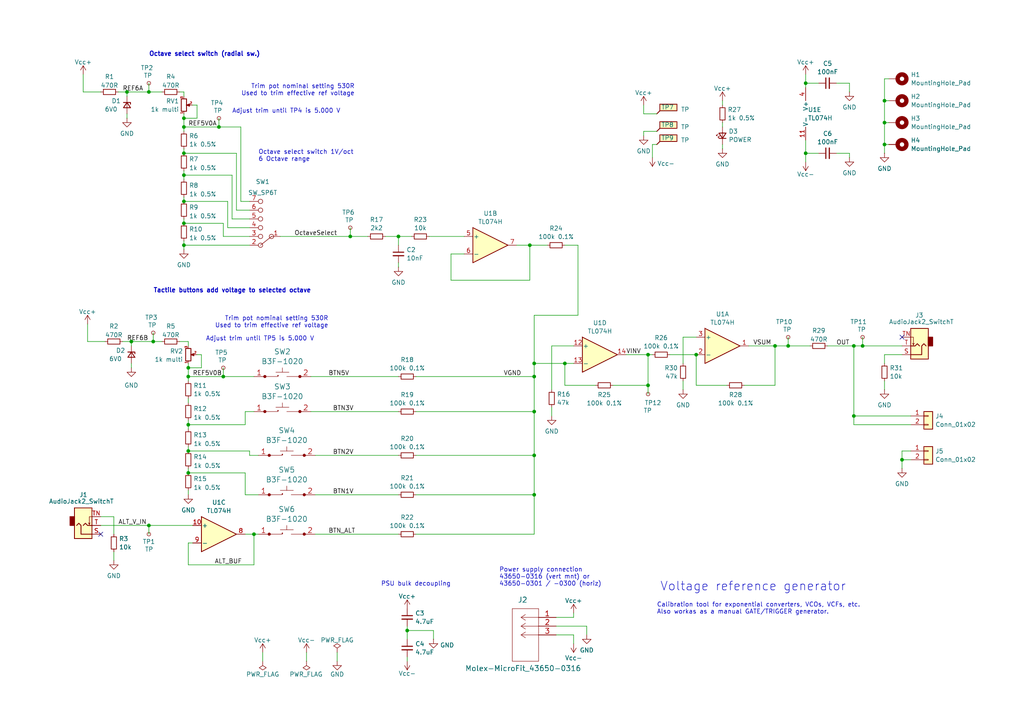
<source format=kicad_sch>
(kicad_sch (version 20231120) (generator "eeschema") (generator_version "8.0")
  (paper "A4")
  (lib_symbols
    (symbol "Aaron-Connectors:Molex-MicroFit_43650-0316" (pin_names (offset 0.254) hide)
      (property "Reference" "J" (at 8.89 6.35 0))
      (property "Value" "Molex-MicroFit_43650-0316" (at 9.5504 -14.7828 0))
      (symbol "Molex-MicroFit_43650-0316_1_1"
        (pin passive line (at 0 0 0) (length 5.08) (name "1") (number "1"))
        (pin passive line (at 0 -2.54 0) (length 5.08) (name "2") (number "2"))
        (pin passive line (at 0 -5.08 0) (length 5.08) (name "3") (number "3"))
      )
    )
    (symbol "Aaron-OpAmps-Comparators:TL074H" (pin_names (offset 0.127))
      (property "Reference" "U" (at 0 5.08 0))
      (property "Value" "TL074H" (at 0 -5.08 0))
      (symbol "TL074H_1_1"
        (pin output line (at 7.62 0 180) (length 2.54) (name "~") (number "1"))
        (pin input line (at -7.62 -2.54 0) (length 2.54) (name "-") (number "2"))
        (pin input line (at -7.62 2.54 0) (length 2.54) (name "+") (number "3"))
      )
      (symbol "TL074H_2_1"
        (pin input line (at -7.62 2.54 0) (length 2.54) (name "+") (number "5"))
        (pin input line (at -7.62 -2.54 0) (length 2.54) (name "-") (number "6"))
        (pin output line (at 7.62 0 180) (length 2.54) (name "~") (number "7"))
      )
      (symbol "TL074H_3_1"
        (pin input line (at -7.62 2.54 0) (length 2.54) (name "+") (number "10"))
        (pin output line (at 7.62 0 180) (length 2.54) (name "~") (number "8"))
        (pin input line (at -7.62 -2.54 0) (length 2.54) (name "-") (number "9"))
      )
      (symbol "TL074H_4_1"
        (pin input line (at -7.62 2.54 0) (length 2.54) (name "+") (number "12"))
        (pin input line (at -7.62 -2.54 0) (length 2.54) (name "-") (number "13"))
        (pin output line (at 7.62 0 180) (length 2.54) (name "~") (number "14"))
      )
      (symbol "TL074H_5_1"
        (pin power_in line (at -2.54 -7.62 90) (length 3.81) (name "V-") (number "11"))
        (pin power_in line (at -2.54 7.62 270) (length 3.81) (name "V+") (number "4"))
      )
    )
    (symbol "Aaron-Power:Vcc+" (power) (pin_names (offset 0)) (in_bom no)
      (property "Value" "Vcc+" (at 0 3.81 0))
      (symbol "Vcc+_1_1"
        (pin power_in line (at 0 0 90) (length 0) hide (name "Vcc+") (number "1"))
      )
    )
    (symbol "Aaron-Power:Vcc-" (power) (pin_names (offset 0)) (in_bom no)
      (property "Value" "Vcc-" (at 0 3.81 0))
      (symbol "Vcc-_1_1"
        (pin power_in line (at 0 0 90) (length 0) hide (name "Vcc-") (number "1"))
      )
    )
    (symbol "Aaron-Switches:B3F-1020" (pin_names (offset 0.254) hide)
      (property "Reference" "SW" (at -0.635 6.35 0))
      (property "Value" "B3F-1020" (at 0 3.81 0))
      (symbol "B3F-1020_1_1"
        (pin passive line (at -8.255 0 0) (length 3) (name "1") (number "1"))
        (pin passive line (at 8.255 0 180) (length 3) (name "2") (number "2"))
      )
    )
    (symbol "Aaron-Switches:SP6T_Alpha_SR1712F-0106" (pin_names (offset 0) hide)
      (property "Reference" "SW" (at -0.635 5.08 0))
      (property "Value" "SP6T_Alpha_SR1712F-0106" (at -0.635 -14.605 0))
      (property "MANUFACTURER" "Alpha" (at 0 0 0))
      (symbol "SP6T_Alpha_SR1712F-0106_1_1"
        (pin passive line (at -5.08 0 0) (length 2.54) (name "1") (number "1"))
        (pin no_connect line (at 15.24 -1.27 180) (length 2.54) hide (name "NC") (number "10"))
        (pin no_connect line (at 15.24 -3.81 180) (length 2.54) hide (name "NC") (number "11"))
        (pin no_connect line (at 15.24 -6.35 180) (length 2.54) hide (name "NC") (number "12"))
        (pin passive line (at 3.81 2.54 180) (length 2.54) (name "2") (number "2"))
        (pin passive line (at 3.81 0 180) (length 2.54) (name "3") (number "3"))
        (pin passive line (at 3.81 -2.54 180) (length 2.54) (name "4") (number "4"))
        (pin passive line (at 3.81 -5.08 180) (length 2.54) (name "5") (number "5"))
        (pin passive line (at 3.81 -7.62 180) (length 2.54) (name "6") (number "6"))
        (pin passive line (at 3.81 -10.16 180) (length 2.54) (name "7") (number "7"))
        (pin no_connect line (at 15.24 3.81 180) (length 2.54) hide (name "NC") (number "8"))
        (pin no_connect line (at 15.24 1.27 180) (length 2.54) hide (name "NC") (number "9"))
      )
    )
    (symbol "Connector:TestPoint_Flag" (pin_numbers hide) (pin_names (offset 0.762) hide)
      (property "Reference" "TP" (at 3.429 1.778 0))
      (property "Value" "TestPoint_Flag" (at 3.302 4.191 0))
      (symbol "TestPoint_Flag_1_1"
        (pin passive line (at 0 0 90) (length 0) (name "1") (number "1"))
      )
    )
    (symbol "Connector:TestPoint_Small" (pin_numbers hide) (pin_names (offset 0.762) hide)
      (property "Reference" "TP" (at 0 3.81 0))
      (property "Value" "TestPoint_Small" (at 0 2.032 0))
      (symbol "TestPoint_Small_1_1"
        (pin passive line (at 0 0 90) (length 0) (name "1") (number "1"))
      )
    )
    (symbol "Connector_Audio:AudioJack2_SwitchT"
      (property "Reference" "J" (at 0 8.89 0))
      (property "Value" "AudioJack2_SwitchT" (at 0 6.35 0))
      (symbol "AudioJack2_SwitchT_1_1"
        (pin passive line (at 5.08 2.54 180) (length 2.54) (name "~") (number "S"))
        (pin passive line (at 5.08 0 180) (length 2.54) (name "~") (number "T"))
        (pin passive line (at 5.08 -2.54 180) (length 2.54) (name "~") (number "TN"))
      )
    )
    (symbol "Connector_Generic:Conn_01x02" (pin_names (offset 1.016) hide)
      (property "Reference" "J" (at 0 2.54 0))
      (property "Value" "Conn_01x02" (at 0 -5.08 0))
      (symbol "Conn_01x02_1_1"
        (pin passive line (at -5.08 0 0) (length 3.81) (name "Pin_1") (number "1"))
        (pin passive line (at -5.08 -2.54 0) (length 3.81) (name "Pin_2") (number "2"))
      )
    )
    (symbol "Device:C_Small" (pin_numbers hide) (pin_names (offset 0.254) hide)
      (property "Reference" "C" (at 0.254 1.778 0))
      (property "Value" "C_Small" (at 0.254 -2.032 0))
      (symbol "C_Small_1_1"
        (pin passive line (at 0 2.54 270) (length 2.032) (name "~") (number "1"))
        (pin passive line (at 0 -2.54 90) (length 2.032) (name "~") (number "2"))
      )
    )
    (symbol "Device:D_Zener_Small" (pin_numbers hide) (pin_names (offset 0.254) hide)
      (property "Reference" "D" (at 0 2.286 0))
      (property "Value" "D_Zener_Small" (at 0 -2.286 0))
      (symbol "D_Zener_Small_1_1"
        (pin passive line (at -2.54 0 0) (length 1.778) (name "K") (number "1"))
        (pin passive line (at 2.54 0 180) (length 1.778) (name "A") (number "2"))
      )
    )
    (symbol "Device:LED_Small" (pin_numbers hide) (pin_names (offset 0.254) hide)
      (property "Reference" "D" (at -1.27 3.175 0))
      (property "Value" "LED_Small" (at -4.445 -2.54 0))
      (symbol "LED_Small_1_1"
        (pin passive line (at -2.54 0 0) (length 1.778) (name "K") (number "1"))
        (pin passive line (at 2.54 0 180) (length 1.778) (name "A") (number "2"))
      )
    )
    (symbol "Device:R_Potentiometer_Small" (pin_names (offset 1.016) hide)
      (property "Reference" "RV" (at -4.445 0 90))
      (property "Value" "R_Potentiometer_Small" (at -2.54 0 90))
      (symbol "R_Potentiometer_Small_1_1"
        (pin passive line (at 0 2.54 270) (length 0.635) (name "1") (number "1"))
        (pin passive line (at 2.54 0 180) (length 0.9906) (name "2") (number "2"))
        (pin passive line (at 0 -2.54 90) (length 0.635) (name "3") (number "3"))
      )
    )
    (symbol "Device:R_Small" (pin_numbers hide) (pin_names (offset 0.254) hide)
      (property "Reference" "R" (at 0.762 0.508 0))
      (property "Value" "R_Small" (at 0.762 -1.016 0))
      (symbol "R_Small_1_1"
        (pin passive line (at 0 2.54 270) (length 0.762) (name "~") (number "1"))
        (pin passive line (at 0 -2.54 90) (length 0.762) (name "~") (number "2"))
      )
    )
    (symbol "Mechanical:MountingHole_Pad" (pin_numbers hide) (pin_names (offset 1.016) hide) (exclude_from_sim yes) (in_bom no)
      (property "Reference" "H" (at 0 6.35 0))
      (property "Value" "MountingHole_Pad" (at 0 4.445 0))
      (symbol "MountingHole_Pad_1_1"
        (pin input line (at 0 -2.54 90) (length 2.54) (name "1") (number "1"))
      )
    )
    (symbol "power:GND" (power) (pin_numbers hide) (pin_names (offset 0) hide)
      (property "Value" "GND" (at 0 -3.81 0))
      (symbol "GND_1_1"
        (pin power_in line (at 0 0 270) (length 0) (name "~") (number "1"))
      )
    )
    (symbol "power:PWR_FLAG" (power) (pin_numbers hide) (pin_names (offset 0) hide)
      (property "Value" "PWR_FLAG" (at 0 3.81 0))
      (symbol "PWR_FLAG_0_0"
        (pin power_out line (at 0 0 90) (length 0) (name "~") (number "1"))
      )
    )
  )
  (junction (at 163.83 105.41))
  (junction (at 256.54 29.21))
  (junction (at 256.54 35.56))
  (junction (at 115.57 68.58))
  (junction (at 53.34 50.8))
  (junction (at 154.94 119.38))
  (junction (at 261.62 133.35))
  (junction (at 233.68 44.45))
  (junction (at 53.34 64.77))
  (junction (at 38.1 99.06))
  (junction (at 224.79 100.33))
  (junction (at 73.66 154.94))
  (junction (at 53.34 58.42))
  (junction (at 54.61 109.22))
  (junction (at 154.94 109.22))
  (junction (at 154.94 105.41))
  (junction (at 43.18 26.67))
  (junction (at 54.61 106.68))
  (junction (at 247.65 120.65))
  (junction (at 101.6 68.58))
  (junction (at 153.67 71.12))
  (junction (at 256.54 41.91))
  (junction (at 187.96 111.76))
  (junction (at 53.34 34.29))
  (junction (at 54.61 137.16))
  (junction (at 118.11 182.88))
  (junction (at 63.5 36.83))
  (junction (at 233.68 24.13))
  (junction (at 54.61 130.81))
  (junction (at 228.6 100.33))
  (junction (at 250.19 100.33))
  (junction (at 64.77 109.22))
  (junction (at 44.45 99.06))
  (junction (at 36.83 26.67))
  (junction (at 247.65 100.33))
  (junction (at 53.34 36.83))
  (junction (at 54.61 123.19))
  (junction (at 53.34 71.12))
  (junction (at 53.34 44.45))
  (junction (at 43.18 152.4))
  (junction (at 154.94 132.08))
  (junction (at 187.96 102.87))
  (junction (at 201.93 102.87))
  (junction (at 154.94 143.51))
  (no_connect (at 29.21 154.94))
  (no_connect (at 261.62 97.79))
  (wire (pts (xy 64.77 109.22) (xy 73.66 109.22)))
  (wire (pts (xy 24.13 26.67) (xy 24.13 21.59)))
  (wire (pts (xy 53.34 26.67) (xy 52.07 26.67)))
  (wire (pts (xy 33.02 160.02) (xy 33.02 162.56)))
  (wire (pts (xy 54.61 106.68) (xy 58.42 106.68)))
  (wire (pts (xy 44.45 96.52) (xy 44.45 99.06)))
  (wire (pts (xy 154.94 91.44) (xy 154.94 105.41)))
  (wire (pts (xy 257.81 22.86) (xy 256.54 22.86)))
  (wire (pts (xy 90.17 109.22) (xy 115.57 109.22)))
  (wire (pts (xy 187.96 111.76) (xy 187.96 102.87)))
  (wire (pts (xy 53.34 63.5) (xy 53.34 64.77)))
  (wire (pts (xy 53.34 38.1) (xy 53.34 36.83)))
  (wire (pts (xy 166.37 184.15) (xy 166.37 186.69)))
  (wire (pts (xy 160.02 118.11) (xy 160.02 120.65)))
  (wire (pts (xy 187.96 102.87) (xy 189.23 102.87)))
  (wire (pts (xy 54.61 124.46) (xy 54.61 123.19)))
  (wire (pts (xy 153.67 71.12) (xy 158.75 71.12)))
  (wire (pts (xy 177.8 111.76) (xy 187.96 111.76)))
  (wire (pts (xy 66.04 66.04) (xy 66.04 58.42)))
  (wire (pts (xy 163.83 105.41) (xy 166.37 105.41)))
  (wire (pts (xy 246.38 26.67) (xy 246.38 24.13)))
  (wire (pts (xy 53.34 57.15) (xy 53.34 58.42)))
  (wire (pts (xy 124.46 68.58) (xy 134.62 68.58)))
  (wire (pts (xy 53.34 44.45) (xy 68.58 44.45)))
  (wire (pts (xy 115.57 71.12) (xy 115.57 68.58)))
  (wire (pts (xy 54.61 137.16) (xy 71.12 137.16)))
  (wire (pts (xy 101.6 68.58) (xy 106.68 68.58)))
  (wire (pts (xy 115.57 68.58) (xy 119.38 68.58)))
  (wire (pts (xy 72.39 132.08) (xy 72.39 130.81)))
  (wire (pts (xy 91.44 132.08) (xy 115.57 132.08)))
  (wire (pts (xy 154.94 109.22) (xy 154.94 119.38)))
  (wire (pts (xy 130.81 73.66) (xy 134.62 73.66)))
  (wire (pts (xy 261.62 133.35) (xy 264.16 133.35)))
  (wire (pts (xy 71.12 143.51) (xy 71.12 137.16)))
  (wire (pts (xy 69.85 58.42) (xy 69.85 36.83)))
  (wire (pts (xy 76.2 189.23) (xy 76.2 191.77)))
  (wire (pts (xy 29.21 26.67) (xy 24.13 26.67)))
  (wire (pts (xy 43.18 26.67) (xy 46.99 26.67)))
  (wire (pts (xy 54.61 109.22) (xy 64.77 109.22)))
  (wire (pts (xy 118.11 182.88) (xy 125.73 182.88)))
  (wire (pts (xy 120.65 143.51) (xy 154.94 143.51)))
  (wire (pts (xy 209.55 35.56) (xy 209.55 36.83)))
  (wire (pts (xy 53.34 58.42) (xy 66.04 58.42)))
  (wire (pts (xy 161.29 179.07) (xy 166.37 179.07)))
  (wire (pts (xy 256.54 35.56) (xy 257.81 35.56)))
  (wire (pts (xy 54.61 157.48) (xy 55.88 157.48)))
  (wire (pts (xy 198.12 97.79) (xy 201.93 97.79)))
  (wire (pts (xy 54.61 129.54) (xy 54.61 130.81)))
  (wire (pts (xy 66.04 66.04) (xy 72.39 66.04)))
  (wire (pts (xy 186.69 33.02) (xy 190.5 33.02)))
  (wire (pts (xy 256.54 41.91) (xy 257.81 41.91)))
  (wire (pts (xy 161.29 184.15) (xy 166.37 184.15)))
  (wire (pts (xy 120.65 119.38) (xy 154.94 119.38)))
  (wire (pts (xy 72.39 132.08) (xy 74.93 132.08)))
  (wire (pts (xy 264.16 130.81) (xy 261.62 130.81)))
  (wire (pts (xy 189.23 41.91) (xy 190.5 41.91)))
  (wire (pts (xy 53.34 71.12) (xy 53.34 72.39)))
  (wire (pts (xy 91.44 143.51) (xy 115.57 143.51)))
  (wire (pts (xy 118.11 182.88) (xy 118.11 185.42)))
  (wire (pts (xy 68.58 60.96) (xy 68.58 44.45)))
  (wire (pts (xy 53.34 36.83) (xy 63.5 36.83)))
  (wire (pts (xy 153.67 81.28) (xy 130.81 81.28)))
  (wire (pts (xy 167.64 71.12) (xy 167.64 91.44)))
  (wire (pts (xy 228.6 100.33) (xy 234.95 100.33)))
  (wire (pts (xy 198.12 110.49) (xy 198.12 113.03)))
  (wire (pts (xy 186.69 38.1) (xy 190.5 38.1)))
  (wire (pts (xy 36.83 33.02) (xy 36.83 34.29)))
  (wire (pts (xy 35.56 99.06) (xy 38.1 99.06)))
  (wire (pts (xy 88.9 189.23) (xy 88.9 191.77)))
  (wire (pts (xy 58.42 102.87) (xy 57.15 102.87)))
  (wire (pts (xy 153.67 71.12) (xy 153.67 81.28)))
  (wire (pts (xy 54.61 157.48) (xy 54.61 163.83)))
  (wire (pts (xy 54.61 123.19) (xy 71.12 123.19)))
  (wire (pts (xy 53.34 50.8) (xy 67.31 50.8)))
  (wire (pts (xy 163.83 111.76) (xy 172.72 111.76)))
  (wire (pts (xy 187.96 111.76) (xy 187.96 114.3)))
  (wire (pts (xy 97.79 189.23) (xy 97.79 191.77)))
  (wire (pts (xy 250.19 97.79) (xy 250.19 100.33)))
  (wire (pts (xy 256.54 29.21) (xy 257.81 29.21)))
  (wire (pts (xy 166.37 179.07) (xy 166.37 177.8)))
  (wire (pts (xy 64.77 68.58) (xy 72.39 68.58)))
  (wire (pts (xy 36.83 26.67) (xy 43.18 26.67)))
  (wire (pts (xy 247.65 100.33) (xy 250.19 100.33)))
  (wire (pts (xy 101.6 66.04) (xy 101.6 68.58)))
  (wire (pts (xy 73.66 154.94) (xy 74.93 154.94)))
  (wire (pts (xy 73.66 119.38) (xy 71.12 119.38)))
  (wire (pts (xy 154.94 132.08) (xy 154.94 143.51)))
  (wire (pts (xy 54.61 106.68) (xy 54.61 109.22)))
  (wire (pts (xy 34.29 26.67) (xy 36.83 26.67)))
  (wire (pts (xy 54.61 163.83) (xy 73.66 163.83)))
  (wire (pts (xy 54.61 142.24) (xy 54.61 143.51)))
  (wire (pts (xy 240.03 100.33) (xy 247.65 100.33)))
  (wire (pts (xy 29.21 152.4) (xy 43.18 152.4)))
  (wire (pts (xy 53.34 27.94) (xy 53.34 26.67)))
  (wire (pts (xy 67.31 63.5) (xy 72.39 63.5)))
  (wire (pts (xy 198.12 97.79) (xy 198.12 105.41)))
  (wire (pts (xy 160.02 100.33) (xy 166.37 100.33)))
  (wire (pts (xy 224.79 100.33) (xy 224.79 111.76)))
  (wire (pts (xy 233.68 24.13) (xy 233.68 25.4)))
  (wire (pts (xy 69.85 58.42) (xy 72.39 58.42)))
  (wire (pts (xy 68.58 60.96) (xy 72.39 60.96)))
  (wire (pts (xy 120.65 132.08) (xy 154.94 132.08)))
  (wire (pts (xy 111.76 68.58) (xy 115.57 68.58)))
  (wire (pts (xy 247.65 120.65) (xy 247.65 123.19)))
  (wire (pts (xy 43.18 24.13) (xy 43.18 26.67)))
  (wire (pts (xy 237.49 44.45) (xy 233.68 44.45)))
  (wire (pts (xy 38.1 100.33) (xy 38.1 99.06)))
  (wire (pts (xy 54.61 109.22) (xy 54.61 110.49)))
  (wire (pts (xy 54.61 121.92) (xy 54.61 123.19)))
  (wire (pts (xy 264.16 123.19) (xy 247.65 123.19)))
  (wire (pts (xy 154.94 154.94) (xy 154.94 143.51)))
  (wire (pts (xy 233.68 44.45) (xy 233.68 40.64)))
  (wire (pts (xy 170.18 184.15) (xy 170.18 181.61)))
  (wire (pts (xy 57.15 30.48) (xy 55.88 30.48)))
  (wire (pts (xy 186.69 38.1) (xy 186.69 39.37)))
  (wire (pts (xy 256.54 110.49) (xy 256.54 113.03)))
  (wire (pts (xy 73.66 163.83) (xy 73.66 154.94)))
  (wire (pts (xy 154.94 105.41) (xy 154.94 109.22)))
  (wire (pts (xy 256.54 22.86) (xy 256.54 29.21)))
  (wire (pts (xy 53.34 34.29) (xy 53.34 36.83)))
  (wire (pts (xy 233.68 21.59) (xy 233.68 24.13)))
  (wire (pts (xy 54.61 99.06) (xy 52.07 99.06)))
  (wire (pts (xy 74.93 143.51) (xy 71.12 143.51)))
  (wire (pts (xy 256.54 102.87) (xy 256.54 105.41)))
  (wire (pts (xy 53.34 69.85) (xy 53.34 71.12)))
  (wire (pts (xy 247.65 120.65) (xy 264.16 120.65)))
  (wire (pts (xy 71.12 154.94) (xy 73.66 154.94)))
  (wire (pts (xy 91.44 154.94) (xy 115.57 154.94)))
  (wire (pts (xy 53.34 71.12) (xy 72.39 71.12)))
  (wire (pts (xy 54.61 130.81) (xy 72.39 130.81)))
  (wire (pts (xy 64.77 68.58) (xy 64.77 64.77)))
  (wire (pts (xy 120.65 154.94) (xy 154.94 154.94)))
  (wire (pts (xy 256.54 35.56) (xy 256.54 41.91)))
  (wire (pts (xy 246.38 44.45) (xy 242.57 44.45)))
  (wire (pts (xy 224.79 100.33) (xy 228.6 100.33)))
  (wire (pts (xy 261.62 133.35) (xy 261.62 135.89)))
  (wire (pts (xy 53.34 43.18) (xy 53.34 44.45)))
  (wire (pts (xy 64.77 106.68) (xy 64.77 109.22)))
  (wire (pts (xy 237.49 24.13) (xy 233.68 24.13)))
  (wire (pts (xy 33.02 149.86) (xy 29.21 149.86)))
  (wire (pts (xy 53.34 52.07) (xy 53.34 50.8)))
  (wire (pts (xy 160.02 100.33) (xy 160.02 113.03)))
  (wire (pts (xy 58.42 102.87) (xy 58.42 106.68)))
  (wire (pts (xy 261.62 133.35) (xy 261.62 130.81)))
  (wire (pts (xy 69.85 36.83) (xy 63.5 36.83)))
  (wire (pts (xy 54.61 105.41) (xy 54.61 106.68)))
  (wire (pts (xy 154.94 119.38) (xy 154.94 132.08)))
  (wire (pts (xy 201.93 111.76) (xy 201.93 102.87)))
  (wire (pts (xy 36.83 27.94) (xy 36.83 26.67)))
  (wire (pts (xy 209.55 29.21) (xy 209.55 30.48)))
  (wire (pts (xy 54.61 115.57) (xy 54.61 116.84)))
  (wire (pts (xy 43.18 152.4) (xy 55.88 152.4)))
  (wire (pts (xy 154.94 105.41) (xy 163.83 105.41)))
  (wire (pts (xy 217.17 100.33) (xy 224.79 100.33)))
  (wire (pts (xy 90.17 119.38) (xy 115.57 119.38)))
  (wire (pts (xy 53.34 64.77) (xy 64.77 64.77)))
  (wire (pts (xy 57.15 30.48) (xy 57.15 34.29)))
  (wire (pts (xy 125.73 185.42) (xy 125.73 182.88)))
  (wire (pts (xy 53.34 49.53) (xy 53.34 50.8)))
  (wire (pts (xy 54.61 135.89) (xy 54.61 137.16)))
  (wire (pts (xy 33.02 154.94) (xy 33.02 149.86)))
  (wire (pts (xy 246.38 24.13) (xy 242.57 24.13)))
  (wire (pts (xy 233.68 44.45) (xy 233.68 46.99)))
  (wire (pts (xy 209.55 41.91) (xy 209.55 43.18)))
  (wire (pts (xy 256.54 102.87) (xy 261.62 102.87)))
  (wire (pts (xy 118.11 190.5) (xy 118.11 191.77)))
  (wire (pts (xy 30.48 99.06) (xy 25.4 99.06)))
  (wire (pts (xy 256.54 41.91) (xy 256.54 44.45)))
  (wire (pts (xy 163.83 105.41) (xy 163.83 111.76)))
  (wire (pts (xy 53.34 34.29) (xy 57.15 34.29)))
  (wire (pts (xy 224.79 111.76) (xy 215.9 111.76)))
  (wire (pts (xy 181.61 102.87) (xy 187.96 102.87)))
  (wire (pts (xy 167.64 91.44) (xy 154.94 91.44)))
  (wire (pts (xy 256.54 29.21) (xy 256.54 35.56)))
  (wire (pts (xy 54.61 100.33) (xy 54.61 99.06)))
  (wire (pts (xy 25.4 99.06) (xy 25.4 93.98)))
  (wire (pts (xy 130.81 81.28) (xy 130.81 73.66)))
  (wire (pts (xy 120.65 109.22) (xy 154.94 109.22)))
  (wire (pts (xy 67.31 63.5) (xy 67.31 50.8)))
  (wire (pts (xy 81.28 68.58) (xy 101.6 68.58)))
  (wire (pts (xy 247.65 100.33) (xy 247.65 120.65)))
  (wire (pts (xy 161.29 181.61) (xy 170.18 181.61)))
  (wire (pts (xy 189.23 45.72) (xy 189.23 41.91)))
  (wire (pts (xy 44.45 99.06) (xy 46.99 99.06)))
  (wire (pts (xy 38.1 99.06) (xy 44.45 99.06)))
  (wire (pts (xy 228.6 97.79) (xy 228.6 100.33)))
  (wire (pts (xy 149.86 71.12) (xy 153.67 71.12)))
  (wire (pts (xy 118.11 181.61) (xy 118.11 182.88)))
  (wire (pts (xy 186.69 30.48) (xy 186.69 33.02)))
  (wire (pts (xy 163.83 71.12) (xy 167.64 71.12)))
  (wire (pts (xy 38.1 105.41) (xy 38.1 106.68)))
  (wire (pts (xy 194.31 102.87) (xy 201.93 102.87)))
  (wire (pts (xy 63.5 34.29) (xy 63.5 36.83)))
  (wire (pts (xy 246.38 45.72) (xy 246.38 44.45)))
  (wire (pts (xy 210.82 111.76) (xy 201.93 111.76)))
  (wire (pts (xy 43.18 152.4) (xy 43.18 154.94)))
  (wire (pts (xy 250.19 100.33) (xy 261.62 100.33)))
  (wire (pts (xy 53.34 33.02) (xy 53.34 34.29)))
  (wire (pts (xy 115.57 76.2) (xy 115.57 77.47)))
  (wire (pts (xy 71.12 119.38) (xy 71.12 123.19)))
  (text "Trim pot nominal setting 530R\nUsed to trim effective ref voltage" (at 95.25 95.25 0) (effects (font (size 1.27 1.27)) (justify right bottom)))
  (text "Adjust trim until TP4 is 5.000 V" (at 67.31 33.02 0) (effects (font (size 1.27 1.27)) (justify left bottom)))
  (text "Octave select switch (radial sw.)" (at 43.18 16.51 0) (effects (font (size 1.27 1.27) (thickness 0.254) (bold yes)) (justify left bottom)))
  (text "Power supply connection\n43650-0316 (vert mnt) or \n43650-0301 / -0300 (horiz)" (at 144.78 170.18 0) (effects (font (size 1.27 1.27)) (justify left bottom)))
  (text "PSU bulk decoupling " (at 110.49 170.18 0) (effects (font (size 1.27 1.27)) (justify left bottom)))
  (text "Octave select switch 1V/oct\n6 Octave range\n" (at 74.93 46.99 0) (effects (font (size 1.27 1.27)) (justify left bottom)))
  (text "Adjust trim until TP5 is 5.000 V" (at 59.69 99.06 0) (effects (font (size 1.27 1.27)) (justify left bottom)))
  (text "Calibration tool for exponential converters, VCOs, VCFs, etc.\nAlso workas as a manual GATE/TRIGGER generator." (at 190.5 176.53 0) (effects (font (size 1.27 1.27)) (justify left)))
  (text "Voltage reference generator" (at 218.44 170.18 0) (effects (font (size 2.54 2.54))))
  (text "Trim pot nominal setting 530R\nUsed to trim effective ref voltage" (at 102.87 27.94 0) (effects (font (size 1.27 1.27)) (justify right bottom)))
  (text "Tactile buttons add voltage to selected octave" (at 44.45 85.09 0) (effects (font (size 1.27 1.27) (thickness 0.254) (bold yes)) (justify left bottom)))
  (label "BTN_ALT" (at 95.25 154.94 0))
  (label "VSUM" (at 218.44 100.33 0))
  (label "VGND" (at 146.05 109.22 0))
  (label "REF5V0B" (at 55.88 109.22 0))
  (label "REF6A" (at 35.56 26.67 0))
  (label "ALT_V_IN" (at 34.29 152.4 0))
  (label "REF6B" (at 36.83 99.06 0))
  (label "VINV" (at 181.61 102.87 0))
  (label "BTN1V" (at 96.52 143.51 0))
  (label "ALT_BUF" (at 62.23 163.83 0))
  (label "BTN2V" (at 96.52 132.08 0))
  (label "REF5V0A" (at 54.5942 36.83 0))
  (label "BTN5V" (at 95.25 109.22 0))
  (label "OUT" (at 242.57 100.33 0))
  (label "BTN3V" (at 96.52 119.38 0))
  (label "OctaveSelect" (at 97.79 68.58 180))
  (symbol (lib_id "Device:R_Small") (at 118.11 109.22 90) (unit 1)
    (property "Reference" "R18" (at 118.11 104.3389 90))
    (property "Value" "100k 0.1%" (at 118.11 106.7632 90))
    (property "Footprint" "Resistor_SMD:R_0805_2012Metric_Pad1.20x1.40mm_HandSolder" (effects (hide yes)))
    (property "Description" "Resistor, small symbol" (effects (hide yes)))
    (property "IPN" "000052E" (effects (hide yes)))
    (property "IPN, Base" "000052E" (effects (hide yes)))
    (property "MANUFACTURER" "Panasonic Electronic Components" (effects (hide yes)))
    (property "MPN" "ERA-6AEB104V" (effects (hide yes)))
  )
  (symbol (lib_id "Aaron-Switches:SP6T_Alpha_SR1712F-0106") (at 76.2 68.58 180) (unit 1)
    (property "Reference" "SW1" (at 76.2 52.705 0))
    (property "Value" "SW_SP6T" (at 76.2 55.88 0))
    (property "Footprint" "Aaron_Switch:Alpha_SR1712F" (effects (hide yes)))
    (property "Datasheet" "https://www.mouser.com/datasheet/2/13/SR1712F-1815245.pdf" (effects (hide yes)))
    (property "Description" "Alpha SR1712F-family Switch, six position, single pole 6x throw, 6 position switch, SP6T" (effects (hide yes)))
    (property "MPN" "SR1712F-0106-20F0A-N9-N-027" (effects (hide yes)))
    (property "MANUFACTURER" "Alpha" (effects (hide yes)))
    (property "IPN" "000104" (effects (hide yes)))
    (property "IPN, Base" "000104" (effects (hide yes)))
  )
  (symbol (lib_id "Device:R_Small") (at 160.02 115.57 0) (unit 1)
    (property "Reference" "R16" (at 161.5186 114.3578 0) (effects (justify left)))
    (property "Value" "47k" (at 161.5186 116.7821 0) (effects (justify left)))
    (property "Footprint" "Resistor_SMD:R_0805_2012Metric_Pad1.20x1.40mm_HandSolder" (effects (hide yes)))
    (property "Description" "Resistor, small symbol" (effects (hide yes)))
    (property "IPN" "000051D" (effects (hide yes)))
    (property "IPN, Base" "000051" (effects (hide yes)))
    (property "MANUFACTURER" "Yageo" (effects (hide yes)))
    (property "MPN" "RC0805FR-0747KL" (effects (hide yes)))
  )
  (symbol (lib_id "Device:R_Small") (at 31.75 26.67 90) (unit 1)
    (property "Reference" "R1" (at 31.75 22.2336 90))
    (property "Value" "470R" (at 31.75 24.7705 90))
    (property "Footprint" "Resistor_SMD:R_1206_3216Metric_Pad1.30x1.75mm_HandSolder" (effects (hide yes)))
    (property "Comment" "1/2W 1206" (effects (hide yes)))
    (property "MPN" "RC1206FR-7W470RL" (effects (hide yes)))
    (property "IPN" "000140" (effects (hide yes)))
    (property "IPN, Base" "000140" (effects (hide yes)))
    (property "MANUFACTURER" "Yageo" (effects (hide yes)))
  )
  (symbol (lib_id "Device:C_Small") (at 115.57 73.66 0) (unit 1)
    (property "Reference" "C2" (at 117.8941 72.4541 0) (effects (justify left)))
    (property "Value" "10nF" (at 117.8941 74.8784 0) (effects (justify left)))
    (property "Footprint" "Capacitor_SMD:C_0805_2012Metric_Pad1.18x1.45mm_HandSolder" (effects (hide yes)))
    (property "Description" "Unpolarized capacitor, small symbol" (effects (hide yes)))
    (property "IPN" "000283" (effects (hide yes)))
    (property "IPN, Base" "000283" (effects (hide yes)))
    (property "MANUFACTURER" "Murata Electronics" (effects (hide yes)))
    (property "MPN" "GRM2165C2A103JA01D" (effects (hide yes)))
  )
  (symbol (lib_id "Aaron-Switches:B3F-1020") (at 83.185 143.51 0) (unit 1)
    (property "Reference" "SW5" (at 83.1723 136.2761 0) (effects (font (size 1.524 1.524))))
    (property "Value" "B3F-1020" (at 83.1723 139.109 0) (effects (font (size 1.524 1.524))))
    (property "Footprint" "Aaron_Omron:B3F-1020" (effects (hide yes)))
    (property "Datasheet" "https://omronfs.omron.com/en_US/ecb/products/pdf/en-b3f.pdf" (effects (hide yes)))
    (property "Description" "B3F-1020 SPST Off-Mom tactile switch" (effects (hide yes)))
    (property "MPN" "B3F-1020" (effects (hide yes)))
    (property "MANUFACTURER" "Omron" (effects (hide yes)))
    (property "IPN" "000087" (effects (hide yes)))
    (property "IPN, Base" "000087" (effects (hide yes)))
  )
  (symbol (lib_id "power:GND") (at 246.38 26.67 0) (unit 1)
    (property "Reference" "#PWR028" (effects (hide yes)))
    (property "Value" "GND" (at 246.38 31.115 0))
    (property "Description" "Power symbol creates a global label with name \"GND\" , ground" (effects (hide yes)))
  )
  (symbol (lib_id "Mechanical:MountingHole_Pad") (at 260.35 35.56 270) (unit 1) (exclude_from_sim yes) (in_bom no)
    (property "Reference" "H3" (at 264.16 34.3478 90) (effects (justify left)))
    (property "Value" "MountingHole_Pad" (at 264.16 36.7721 90) (effects (justify left)))
    (property "Footprint" "Aaron_Pads:MountingHole_3.3mm_M3_Full_Standoff_Size" (effects (hide yes)))
    (property "Description" "Mounting Hole with connection" (effects (hide yes)))
  )
  (symbol (lib_id "power:GND") (at 115.57 77.47 0) (unit 1)
    (property "Reference" "#PWR012" (effects (hide yes)))
    (property "Value" "GND" (at 115.57 81.915 0))
  )
  (symbol (lib_id "Device:R_Small") (at 54.61 113.03 0) (unit 1)
    (property "Reference" "R11" (at 56.1086 111.8178 0) (effects (justify left)))
    (property "Value" "1k 0.5%" (at 56.1086 114.2421 0) (effects (justify left)))
    (property "Footprint" "Resistor_SMD:R_1206_3216Metric_Pad1.30x1.75mm_HandSolder" (effects (hide yes)))
    (property "MPN" "RT1206DRE071KL" (effects (hide yes)))
    (property "Comment" "Thin film precision resistors" (effects (hide yes)))
    (property "IPN" "000105" (effects (hide yes)))
    (property "IPN, Base" "000105" (effects (hide yes)))
    (property "MANUFACTURER" "Yageo" (effects (hide yes)))
  )
  (symbol (lib_id "Device:R_Small") (at 118.11 154.94 90) (unit 1)
    (property "Reference" "R22" (at 118.11 150.0589 90))
    (property "Value" "100k 0.1%" (at 118.11 152.4832 90))
    (property "Footprint" "Resistor_SMD:R_0805_2012Metric_Pad1.20x1.40mm_HandSolder" (effects (hide yes)))
    (property "Description" "Resistor, small symbol" (effects (hide yes)))
    (property "IPN" "000052E" (effects (hide yes)))
    (property "IPN, Base" "000052E" (effects (hide yes)))
    (property "MANUFACTURER" "Panasonic Electronic Components" (effects (hide yes)))
    (property "MPN" "ERA-6AEB104V" (effects (hide yes)))
  )
  (symbol (lib_id "power:GND") (at 186.69 39.37 0) (unit 1)
    (property "Reference" "#PWR021" (effects (hide yes)))
    (property "Value" "GND" (at 186.69 43.815 0))
    (property "Description" "Power symbol creates a global label with name \"GND\" , ground" (effects (hide yes)))
  )
  (symbol (lib_id "Device:R_Small") (at 109.22 68.58 90) (unit 1)
    (property "Reference" "R17" (at 109.22 63.6989 90))
    (property "Value" "2k2" (at 109.22 66.1232 90))
    (property "Footprint" "Resistor_SMD:R_0805_2012Metric_Pad1.20x1.40mm_HandSolder" (effects (hide yes)))
    (property "Description" "Resistor, small symbol" (effects (hide yes)))
    (property "IPN" "000141C" (effects (hide yes)))
    (property "IPN, Base" "000141" (effects (hide yes)))
    (property "MANUFACTURER" "TE Connectivity" (effects (hide yes)))
    (property "MPN" "CRG0805F2K2" (effects (hide yes)))
  )
  (symbol (lib_id "Connector:TestPoint_Small") (at 228.6 97.79 0) (mirror x) (unit 1) (in_bom no)
    (property "Reference" "TP10" (at 229.87 93.345 0) (effects (justify right)))
    (property "Value" "TP" (at 229.5525 95.5675 0) (effects (justify right)))
    (property "Footprint" "Aaron_Pads:TP_HeaderPin_P2.54mm_round" (effects (hide yes)))
  )
  (symbol (lib_id "Device:C_Small") (at 240.03 44.45 90) (unit 1)
    (property "Reference" "C6" (at 240.0363 38.7434 90))
    (property "Value" "100nF" (at 240.0363 41.1677 90))
    (property "Footprint" "Capacitor_SMD:C_0805_2012Metric_Pad1.18x1.45mm_HandSolder" (effects (hide yes)))
    (property "Description" "Unpolarized capacitor, small symbol" (effects (hide yes)))
    (property "IPN" "000148A" (effects (hide yes)))
    (property "IPN, Base" "000148A" (effects (hide yes)))
    (property "MANUFACTURER" "Samsung Electro-Mechanics" (effects (hide yes)))
    (property "MPN" "CL21B104KBFNNNE" (effects (hide yes)))
  )
  (symbol (lib_id "Device:C_Small") (at 118.11 187.96 0) (unit 1)
    (property "Reference" "C4" (at 120.4341 186.7541 0) (effects (justify left)))
    (property "Value" "4.7uF" (at 120.4341 189.1784 0) (effects (justify left)))
    (property "Footprint" "Capacitor_SMD:C_1206_3216Metric_Pad1.33x1.80mm_HandSolder" (effects (hide yes)))
    (property "IPN" "000004B" (effects (hide yes)))
    (property "IPN, Base" "000004" (effects (hide yes)))
    (property "MANUFACTURER" "Samsung Electro-Mechanics" (effects (hide yes)))
    (property "MPN" "CL31B475KBHNFNE" (effects (hide yes)))
  )
  (symbol (lib_id "power:GND") (at 160.02 120.65 0) (unit 1)
    (property "Reference" "#PWR016" (effects (hide yes)))
    (property "Value" "GND" (at 160.02 125.095 0))
  )
  (symbol (lib_id "Aaron-Power:Vcc+") (at 166.37 177.8 0) (unit 1) (in_bom no)
    (property "Reference" "#PWR017" (effects (hide yes)))
    (property "Value" "Vcc+" (at 166.37 174.2242 0))
  )
  (symbol (lib_id "Device:R_Small") (at 175.26 111.76 90) (mirror x) (unit 1)
    (property "Reference" "R25" (at 175.26 114.4989 90))
    (property "Value" "100k 0.1%" (at 175.26 116.9232 90))
    (property "Footprint" "Resistor_SMD:R_0805_2012Metric_Pad1.20x1.40mm_HandSolder" (effects (hide yes)))
    (property "Description" "Resistor, small symbol" (effects (hide yes)))
    (property "IPN" "000052E" (effects (hide yes)))
    (property "IPN, Base" "000052E" (effects (hide yes)))
    (property "MANUFACTURER" "Panasonic Electronic Components" (effects (hide yes)))
    (property "MPN" "ERA-6AEB104V" (effects (hide yes)))
  )
  (symbol (lib_id "Device:R_Small") (at 198.12 107.95 0) (mirror y) (unit 1)
    (property "Reference" "R30" (at 196.6214 106.7378 0) (effects (justify left)))
    (property "Value" "47k" (at 196.6214 109.1621 0) (effects (justify left)))
    (property "Footprint" "Resistor_SMD:R_0805_2012Metric_Pad1.20x1.40mm_HandSolder" (effects (hide yes)))
    (property "Description" "Resistor, small symbol" (effects (hide yes)))
    (property "IPN" "000051D" (effects (hide yes)))
    (property "IPN, Base" "000051" (effects (hide yes)))
    (property "MANUFACTURER" "Yageo" (effects (hide yes)))
    (property "MPN" "RC0805FR-0747KL" (effects (hide yes)))
  )
  (symbol (lib_id "Connector:TestPoint_Small") (at 101.6 66.04 0) (mirror x) (unit 1) (in_bom no)
    (property "Reference" "TP6" (at 102.87 61.595 0) (effects (justify right)))
    (property "Value" "TP" (at 102.5525 63.8175 0) (effects (justify right)))
    (property "Footprint" "Aaron_Pads:TP_HeaderPin_P2.54mm_round" (effects (hide yes)))
  )
  (symbol (lib_id "Device:R_Small") (at 49.53 99.06 90) (unit 1)
    (property "Reference" "R5" (at 49.53 94.6236 90))
    (property "Value" "470R" (at 49.53 97.1605 90))
    (property "Footprint" "Resistor_SMD:R_1206_3216Metric_Pad1.30x1.75mm_HandSolder" (effects (hide yes)))
    (property "Comment" "1/2W 1206" (effects (hide yes)))
    (property "MPN" "RC1206FR-7W470RL" (effects (hide yes)))
    (property "IPN" "000140" (effects (hide yes)))
    (property "IPN, Base" "000140" (effects (hide yes)))
    (property "MANUFACTURER" "Yageo" (effects (hide yes)))
  )
  (symbol (lib_id "Aaron-Power:Vcc-") (at 189.23 45.72 180) (unit 1) (in_bom no)
    (property "Reference" "#PWR022" (effects (hide yes)))
    (property "Value" "Vcc-" (at 190.627 47.4238 0) (effects (justify right)))
  )
  (symbol (lib_id "Device:D_Zener_Small") (at 38.1 102.87 270) (unit 1)
    (property "Reference" "D2" (at 36.322 101.6578 90) (effects (justify right)))
    (property "Value" "6V0 " (at 36.322 104.0821 90) (effects (justify right)))
    (property "Footprint" "Aaron_Diode:D_SOD-123_SilkFix" (effects (hide yes)))
    (property "Description" "Zener diode, small symbol" (effects (hide yes)))
    (property "IPN" "000127" (effects (hide yes)))
    (property "IPN, Base" "000193" (effects (hide yes)))
    (property "MANUFACTURER" "Vishay" (effects (hide yes)))
    (property "MPN" "MMSZ5233C-E3-18" (effects (hide yes)))
  )
  (symbol (lib_id "power:GND") (at 38.1 106.68 0) (unit 1)
    (property "Reference" "#PWR05" (effects (hide yes)))
    (property "Value" "GND" (at 38.1 111.76 0))
  )
  (symbol (lib_id "Mechanical:MountingHole_Pad") (at 260.35 22.86 270) (unit 1) (exclude_from_sim yes) (in_bom no)
    (property "Reference" "H1" (at 264.16 21.6478 90) (effects (justify left)))
    (property "Value" "MountingHole_Pad" (at 264.16 24.0721 90) (effects (justify left)))
    (property "Footprint" "Aaron_Pads:MountingHole_3.3mm_M3_Full_Standoff_Size" (effects (hide yes)))
    (property "Description" "Mounting Hole with connection" (effects (hide yes)))
  )
  (symbol (lib_id "power:GND") (at 209.55 43.18 0) (unit 1)
    (property "Reference" "#PWR025" (effects (hide yes)))
    (property "Value" "GND" (at 209.55 47.625 0))
    (property "Description" "Power symbol creates a global label with name \"GND\" , ground" (effects (hide yes)))
  )
  (symbol (lib_id "Aaron-Power:Vcc-") (at 233.68 46.99 180) (unit 1) (in_bom no)
    (property "Reference" "#PWR027" (effects (hide yes)))
    (property "Value" "Vcc-" (at 233.68 50.546 0))
  )
  (symbol (lib_id "Aaron-Power:Vcc-") (at 88.9 189.23 0) (unit 1) (in_bom no)
    (property "Reference" "#PWR010" (effects (hide yes)))
    (property "Value" "Vcc-" (at 88.9 185.6542 0))
  )
  (symbol (lib_id "power:GND") (at 54.61 143.51 0) (unit 1)
    (property "Reference" "#PWR08" (effects (hide yes)))
    (property "Value" "GND" (at 54.61 147.955 0))
  )
  (symbol (lib_id "power:GND") (at 256.54 44.45 0) (unit 1)
    (property "Reference" "#PWR030" (effects (hide yes)))
    (property "Value" "GND" (at 256.54 48.895 0))
    (property "Description" "Power symbol creates a global label with name \"GND\" , ground" (effects (hide yes)))
  )
  (symbol (lib_id "Device:R_Small") (at 49.53 26.67 90) (unit 1)
    (property "Reference" "R4" (at 49.53 22.2336 90))
    (property "Value" "470R" (at 49.53 24.7705 90))
    (property "Footprint" "Resistor_SMD:R_1206_3216Metric_Pad1.30x1.75mm_HandSolder" (effects (hide yes)))
    (property "Comment" "1/2W 1206" (effects (hide yes)))
    (property "MPN" "RC1206FR-7W470RL" (effects (hide yes)))
    (property "IPN" "000140" (effects (hide yes)))
    (property "IPN, Base" "000140" (effects (hide yes)))
    (property "MANUFACTURER" "Yageo" (effects (hide yes)))
  )
  (symbol (lib_id "Connector:TestPoint_Small") (at 43.18 154.94 0) (unit 1) (in_bom no)
    (property "Reference" "TP1" (at 43.18 157.099 0))
    (property "Value" "TP" (at 43.2435 159.3215 0))
    (property "Footprint" "Aaron_Pads:TP_HeaderPin_P2.54mm_round" (effects (hide yes)))
  )
  (symbol (lib_id "Device:R_Small") (at 54.61 127 0) (unit 1)
    (property "Reference" "R13" (at 56.1086 126.1653 0) (effects (justify left)))
    (property "Value" "1k 0.5%" (at 56.1086 128.7022 0) (effects (justify left)))
    (property "Footprint" "Resistor_SMD:R_1206_3216Metric_Pad1.30x1.75mm_HandSolder" (effects (hide yes)))
    (property "MPN" "RT1206DRE071KL" (effects (hide yes)))
    (property "Comment" "Thin film precision resistors" (effects (hide yes)))
    (property "IPN" "000105" (effects (hide yes)))
    (property "IPN, Base" "000105" (effects (hide yes)))
    (property "MANUFACTURER" "Yageo" (effects (hide yes)))
  )
  (symbol (lib_id "Device:R_Small") (at 121.92 68.58 90) (unit 1)
    (property "Reference" "R23" (at 121.92 63.6989 90))
    (property "Value" "10k" (at 121.92 66.1232 90))
    (property "Footprint" "Resistor_SMD:R_0805_2012Metric_Pad1.20x1.40mm_HandSolder" (effects (hide yes)))
    (property "Description" "Resistor, small symbol" (effects (hide yes)))
    (property "IPN" "000049E" (effects (hide yes)))
    (property "IPN, Base" "000049" (effects (hide yes)))
    (property "MANUFACTURER" "Stackpole" (effects (hide yes)))
    (property "MPN" "RMCF0805FT10K0" (effects (hide yes)))
  )
  (symbol (lib_id "Device:R_Small") (at 256.54 107.95 180) (unit 1)
    (property "Reference" "R31" (at 258.0386 106.7378 0) (effects (justify right)))
    (property "Value" "10k" (at 258.0386 109.1621 0) (effects (justify right)))
    (property "Footprint" "Resistor_SMD:R_0805_2012Metric_Pad1.20x1.40mm_HandSolder" (effects (hide yes)))
    (property "Description" "Resistor, small symbol" (effects (hide yes)))
    (property "IPN" "000049E" (effects (hide yes)))
    (property "IPN, Base" "000049" (effects (hide yes)))
    (property "MANUFACTURER" "Stackpole" (effects (hide yes)))
    (property "MPN" "RMCF0805FT10K0" (effects (hide yes)))
  )
  (symbol (lib_id "Device:C_Small") (at 118.11 179.07 0) (unit 1)
    (property "Reference" "C3" (at 120.4341 177.8641 0) (effects (justify left)))
    (property "Value" "4.7uF" (at 120.4341 180.2884 0) (effects (justify left)))
    (property "Footprint" "Capacitor_SMD:C_1206_3216Metric_Pad1.33x1.80mm_HandSolder" (effects (hide yes)))
    (property "IPN" "000004B" (effects (hide yes)))
    (property "IPN, Base" "000004" (effects (hide yes)))
    (property "MANUFACTURER" "Samsung Electro-Mechanics" (effects (hide yes)))
    (property "MPN" "CL31B475KBHNFNE" (effects (hide yes)))
  )
  (symbol (lib_id "power:GND") (at 198.12 113.03 0) (unit 1)
    (property "Reference" "#PWR023" (effects (hide yes)))
    (property "Value" "GND" (at 198.12 117.475 0))
  )
  (symbol (lib_id "Device:LED_Small") (at 209.55 39.37 90) (unit 1)
    (property "Reference" "D3" (at 211.328 38.0943 90) (effects (justify right)))
    (property "Value" "POWER" (at 211.328 40.5186 90) (effects (justify right)))
    (property "Footprint" "LED_THT:LED_D3.0mm" (effects (hide yes)))
    (property "Description" "Light emitting diode, small symbol" (effects (hide yes)))
    (property "IPN" "000139A" (effects (hide yes)))
    (property "IPN, Base" "000139" (effects (hide yes)))
    (property "MANUFACTURER" "Kingbright" (effects (hide yes)))
    (property "MPN" "WP3A8ID" (effects (hide yes)))
  )
  (symbol (lib_id "Device:R_Small") (at 213.36 111.76 90) (mirror x) (unit 1)
    (property "Reference" "R28" (at 213.36 114.4989 90))
    (property "Value" "100k 0.1%" (at 213.36 116.9232 90))
    (property "Footprint" "Resistor_SMD:R_0805_2012Metric_Pad1.20x1.40mm_HandSolder" (effects (hide yes)))
    (property "Description" "Resistor, small symbol" (effects (hide yes)))
    (property "IPN" "000052E" (effects (hide yes)))
    (property "IPN, Base" "000052E" (effects (hide yes)))
    (property "MANUFACTURER" "Panasonic Electronic Components" (effects (hide yes)))
    (property "MPN" "ERA-6AEB104V" (effects (hide yes)))
  )
  (symbol (lib_id "Connector:TestPoint_Small") (at 64.77 106.68 0) (mirror x) (unit 1) (in_bom no)
    (property "Reference" "TP5" (at 66.04 102.235 0) (effects (justify right)))
    (property "Value" "TP" (at 65.7225 104.4575 0) (effects (justify right)))
    (property "Footprint" "Aaron_Pads:TP_HeaderPin_P2.54mm_round" (effects (hide yes)))
  )
  (symbol (lib_id "Connector:TestPoint_Small") (at 63.5 34.29 0) (mirror x) (unit 1) (in_bom no)
    (property "Reference" "TP4" (at 64.77 29.845 0) (effects (justify right)))
    (property "Value" "TP" (at 64.4525 32.0675 0) (effects (justify right)))
    (property "Footprint" "Aaron_Pads:TP_HeaderPin_P2.54mm_round" (effects (hide yes)))
  )
  (symbol (lib_id "power:GND") (at 170.18 184.15 0) (unit 1)
    (property "Reference" "#PWR019" (effects (hide yes)))
    (property "Value" "GND" (at 170.18 188.595 0))
    (property "Description" "Power symbol creates a global label with name \"GND\" , ground" (effects (hide yes)))
  )
  (symbol (lib_id "Connector:TestPoint_Small") (at 44.45 96.52 0) (mirror x) (unit 1) (in_bom no)
    (property "Reference" "TP3" (at 45.72 92.075 0) (effects (justify right)))
    (property "Value" "TP" (at 45.4025 94.2975 0) (effects (justify right)))
    (property "Footprint" "Aaron_Pads:TP_HeaderPin_P2.54mm_round" (effects (hide yes)))
  )
  (symbol (lib_id "Device:R_Potentiometer_Small") (at 54.61 102.87 0) (mirror x) (unit 1)
    (property "Reference" "RV2" (at 53.086 101.8427 0) (effects (justify right)))
    (property "Value" "1k multi" (at 53.086 104.267 0) (effects (justify right)))
    (property "Footprint" "Aaron_Potentiometer:Pot_Bourns_3214W_SMD_Vert" (effects (hide yes)))
    (property "MPN" "3214W-1-102E" (effects (hide yes)))
    (property "IPN" "000408" (effects (hide yes)))
    (property "IPN, Base" "000408" (effects (hide yes)))
    (property "MANUFACTURER" "Bourns" (effects (hide yes)))
  )
  (symbol (lib_id "Connector:TestPoint_Small") (at 43.18 24.13 0) (mirror x) (unit 1) (in_bom no)
    (property "Reference" "TP2" (at 44.45 19.685 0) (effects (justify right)))
    (property "Value" "TP" (at 44.1325 21.9075 0) (effects (justify right)))
    (property "Footprint" "Aaron_Pads:TP_HeaderPin_P2.54mm_round" (effects (hide yes)))
  )
  (symbol (lib_id "Aaron-Switches:B3F-1020") (at 83.185 132.08 0) (unit 1)
    (property "Reference" "SW4" (at 83.1723 124.8461 0) (effects (font (size 1.524 1.524))))
    (property "Value" "B3F-1020" (at 83.1723 127.679 0) (effects (font (size 1.524 1.524))))
    (property "Footprint" "Aaron_Omron:B3F-1020" (effects (hide yes)))
    (property "Datasheet" "https://omronfs.omron.com/en_US/ecb/products/pdf/en-b3f.pdf" (effects (hide yes)))
    (property "Description" "B3F-1020 SPST Off-Mom tactile switch" (effects (hide yes)))
    (property "MPN" "B3F-1020" (effects (hide yes)))
    (property "MANUFACTURER" "Omron" (effects (hide yes)))
    (property "IPN" "000087" (effects (hide yes)))
    (property "IPN, Base" "000087" (effects (hide yes)))
  )
  (symbol (lib_id "Aaron-Switches:B3F-1020") (at 81.915 109.22 0) (unit 1)
    (property "Reference" "SW2" (at 81.9023 101.9861 0) (effects (font (size 1.524 1.524))))
    (property "Value" "B3F-1020" (at 81.9023 104.819 0) (effects (font (size 1.524 1.524))))
    (property "Footprint" "Aaron_Omron:B3F-1020" (effects (hide yes)))
    (property "Datasheet" "https://omronfs.omron.com/en_US/ecb/products/pdf/en-b3f.pdf" (effects (hide yes)))
    (property "Description" "B3F-1020 SPST Off-Mom tactile switch" (effects (hide yes)))
    (property "MPN" "B3F-1020" (effects (hide yes)))
    (property "MANUFACTURER" "Omron" (effects (hide yes)))
    (property "IPN" "000087" (effects (hide yes)))
    (property "IPN, Base" "000087" (effects (hide yes)))
  )
  (symbol (lib_id "Aaron-Power:Vcc+") (at 118.11 176.53 0) (unit 1) (in_bom no)
    (property "Reference" "#PWR013" (effects (hide yes)))
    (property "Value" "Vcc+" (at 118.11 172.9542 0))
  )
  (symbol (lib_id "power:PWR_FLAG") (at 97.79 189.23 0) (unit 1)
    (property "Reference" "#FLG03" (effects (hide yes)))
    (property "Value" "PWR_FLAG" (at 97.79 185.6542 0))
    (property "Description" "Special symbol for telling ERC where power comes from" (effects (hide yes)))
  )
  (symbol (lib_id "Device:R_Small") (at 53.34 67.31 0) (unit 1)
    (property "Reference" "R10" (at 54.8386 66.4753 0) (effects (justify left)))
    (property "Value" "1k 0.5%" (at 54.8386 69.0122 0) (effects (justify left)))
    (property "Footprint" "Resistor_SMD:R_1206_3216Metric_Pad1.30x1.75mm_HandSolder" (effects (hide yes)))
    (property "MPN" "RT1206DRE071KL" (effects (hide yes)))
    (property "Comment" "Thin film precision resistors" (effects (hide yes)))
    (property "IPN" "000105" (effects (hide yes)))
    (property "IPN, Base" "000105" (effects (hide yes)))
    (property "MANUFACTURER" "Yageo" (effects (hide yes)))
  )
  (symbol (lib_id "Device:R_Small") (at 118.11 119.38 90) (unit 1)
    (property "Reference" "R19" (at 118.11 114.4989 90))
    (property "Value" "100k 0.1%" (at 118.11 116.9232 90))
    (property "Footprint" "Resistor_SMD:R_0805_2012Metric_Pad1.20x1.40mm_HandSolder" (effects (hide yes)))
    (property "Description" "Resistor, small symbol" (effects (hide yes)))
    (property "IPN" "000052E" (effects (hide yes)))
    (property "IPN, Base" "000052E" (effects (hide yes)))
    (property "MANUFACTURER" "Panasonic Electronic Components" (effects (hide yes)))
    (property "MPN" "ERA-6AEB104V" (effects (hide yes)))
  )
  (symbol (lib_id "Device:R_Small") (at 191.77 102.87 270) (mirror x) (unit 1)
    (property "Reference" "R26" (at 191.77 97.9889 90))
    (property "Value" "100k 0.1%" (at 191.77 100.4132 90))
    (property "Footprint" "Resistor_SMD:R_0805_2012Metric_Pad1.20x1.40mm_HandSolder" (effects (hide yes)))
    (property "Description" "Resistor, small symbol" (effects (hide yes)))
    (property "IPN" "000052E" (effects (hide yes)))
    (property "IPN, Base" "000052E" (effects (hide yes)))
    (property "MANUFACTURER" "Panasonic Electronic Components" (effects (hide yes)))
    (property "MPN" "ERA-6AEB104V" (effects (hide yes)))
  )
  (symbol (lib_id "Aaron-Switches:B3F-1020") (at 83.185 154.94 0) (unit 1)
    (property "Reference" "SW6" (at 83.1723 147.7061 0) (effects (font (size 1.524 1.524))))
    (property "Value" "B3F-1020" (at 83.1723 150.539 0) (effects (font (size 1.524 1.524))))
    (property "Footprint" "Aaron_Omron:B3F-1020" (effects (hide yes)))
    (property "Datasheet" "https://omronfs.omron.com/en_US/ecb/products/pdf/en-b3f.pdf" (effects (hide yes)))
    (property "Description" "B3F-1020 SPST Off-Mom tactile switch" (effects (hide yes)))
    (property "MPN" "B3F-1020" (effects (hide yes)))
    (property "MANUFACTURER" "Omron" (effects (hide yes)))
    (property "IPN" "000087" (effects (hide yes)))
    (property "IPN, Base" "000087" (effects (hide yes)))
  )
  (symbol (lib_id "Aaron-OpAmps-Comparators:TL074H") (at 63.5 154.94 0) (unit 3)
    (property "Reference" "U1" (at 63.5 145.7155 0))
    (property "Value" "TL074H" (at 63.5 148.1398 0))
    (property "Footprint" "Aaron_TI_Parts:TI_SOIC_D_R-PDSO-G14_Wider_Silk" (effects (hide yes)))
    (property "Datasheet" "https://www.ti.com/lit/ds/symlink/tl074h.pdf" (effects (hide yes)))
    (property "Description" "Quad Low-Noise JFET-Input Operational Amplifiers, DIP-14/SOIC-14" (effects (hide yes)))
    (property "IPN" "000162A" (effects (hide yes)))
    (property "IPN, Base" "000162" (effects (hide yes)))
    (property "MANUFACTURER" "TI" (effects (hide yes)))
    (property "MPN" "TL074HIDR" (effects (hide yes)))
  )
  (symbol (lib_id "Mechanical:MountingHole_Pad") (at 260.35 29.21 270) (unit 1) (exclude_from_sim yes) (in_bom no)
    (property "Reference" "H2" (at 264.16 27.9978 90) (effects (justify left)))
    (property "Value" "MountingHole_Pad" (at 264.16 30.4221 90) (effects (justify left)))
    (property "Footprint" "Aaron_Pads:MountingHole_3.3mm_M3_Full_Standoff_Size" (effects (hide yes)))
    (property "Description" "Mounting Hole with connection" (effects (hide yes)))
  )
  (symbol (lib_id "Aaron-OpAmps-Comparators:TL074H") (at 236.22 33.02 0) (unit 5)
    (property "Reference" "U1" (at 234.315 31.8078 0) (effects (justify left)))
    (property "Value" "TL074H" (at 234.315 34.2321 0) (effects (justify left)))
    (property "Footprint" "Aaron_TI_Parts:TI_SOIC_D_R-PDSO-G14_Wider_Silk" (effects (hide yes)))
    (property "Datasheet" "https://www.ti.com/lit/ds/symlink/tl074h.pdf" (effects (hide yes)))
    (property "Description" "Quad Low-Noise JFET-Input Operational Amplifiers, DIP-14/SOIC-14" (effects (hide yes)))
    (property "IPN" "000162A" (effects (hide yes)))
    (property "IPN, Base" "000162" (effects (hide yes)))
    (property "MANUFACTURER" "TI" (effects (hide yes)))
    (property "MPN" "TL074HIDR" (effects (hide yes)))
  )
  (symbol (lib_id "power:GND") (at 125.73 185.42 0) (unit 1)
    (property "Reference" "#PWR015" (effects (hide yes)))
    (property "Value" "GND" (at 127.635 187.1238 0) (effects (justify left)))
    (property "Description" "Power symbol creates a global label with name \"GND\" , ground" (effects (hide yes)))
  )
  (symbol (lib_id "Connector_Audio:AudioJack2_SwitchT") (at 266.7 100.33 180) (unit 1)
    (property "Reference" "J3" (at 265.43 91.44 0) (effects (justify right)))
    (property "Value" "AudioJack2_SwitchT" (at 257.81 93.3419 0) (effects (justify right)))
    (property "Footprint" "Aaron_Connector:Schurter-4832.2211" (effects (hide yes)))
    (property "Datasheet" "https://us.schurter.com/bundles/snceschurter/epim/_ProdPool_/newDS/en/typ_4832.2211.pdf" (effects (hide yes)))
    (property "MPN" "4832.2211" (effects (hide yes)))
    (property "IPN" "000111" (effects (hide yes)))
    (property "IPN, Base" "000111" (effects (hide yes)))
    (property "MANUFACTURER" "Schurter" (effects (hide yes)))
  )
  (symbol (lib_id "power:GND") (at 53.34 72.39 0) (unit 1)
    (property "Reference" "#PWR07" (effects (hide yes)))
    (property "Value" "GND" (at 53.34 76.835 0))
  )
  (symbol (lib_id "Device:R_Small") (at 33.02 157.48 180) (unit 1)
    (property "Reference" "R3" (at 34.5186 156.2678 0) (effects (justify right)))
    (property "Value" "10k" (at 34.5186 158.6921 0) (effects (justify right)))
    (property "Footprint" "Resistor_SMD:R_0805_2012Metric_Pad1.20x1.40mm_HandSolder" (effects (hide yes)))
    (property "Description" "Resistor, small symbol" (effects (hide yes)))
    (property "IPN" "000049E" (effects (hide yes)))
    (property "IPN, Base" "000049" (effects (hide yes)))
    (property "MANUFACTURER" "Stackpole" (effects (hide yes)))
    (property "MPN" "RMCF0805FT10K0" (effects (hide yes)))
  )
  (symbol (lib_id "Aaron-Power:Vcc-") (at 118.11 191.77 180) (unit 1) (in_bom no)
    (property "Reference" "#PWR014" (effects (hide yes)))
    (property "Value" "Vcc-" (at 118.11 195.326 0))
  )
  (symbol (lib_id "Device:C_Small") (at 240.03 24.13 90) (unit 1)
    (property "Reference" "C5" (at 240.0363 18.4234 90))
    (property "Value" "100nF" (at 240.0363 20.8477 90))
    (property "Footprint" "Capacitor_SMD:C_0805_2012Metric_Pad1.18x1.45mm_HandSolder" (effects (hide yes)))
    (property "Description" "Unpolarized capacitor, small symbol" (effects (hide yes)))
    (property "IPN" "000148A" (effects (hide yes)))
    (property "IPN, Base" "000148A" (effects (hide yes)))
    (property "MANUFACTURER" "Samsung Electro-Mechanics" (effects (hide yes)))
    (property "MPN" "CL21B104KBFNNNE" (effects (hide yes)))
  )
  (symbol (lib_id "Device:R_Potentiometer_Small") (at 53.34 30.48 0) (mirror x) (unit 1)
    (property "Reference" "RV1" (at 51.943 29.3257 0) (effects (justify right)))
    (property "Value" "1k multi" (at 51.943 31.75 0) (effects (justify right)))
    (property "Footprint" "Aaron_Potentiometer:Pot_Bourns_3214W_SMD_Vert" (effects (hide yes)))
    (property "MPN" "3214W-1-102E" (effects (hide yes)))
    (property "IPN" "000408" (effects (hide yes)))
    (property "IPN, Base" "000408" (effects (hide yes)))
    (property "MANUFACTURER" "Bourns" (effects (hide yes)))
  )
  (symbol (lib_id "Connector:TestPoint_Small") (at 187.96 114.3 0) (mirror y) (unit 1) (in_bom no)
    (property "Reference" "TP12" (at 186.944 116.84 0) (effects (justify right)))
    (property "Value" "TP" (at 186.6265 119.0625 0) (effects (justify right)))
    (property "Footprint" "Aaron_Pads:TP_HeaderPin_P2.54mm_round" (effects (hide yes)))
  )
  (symbol (lib_id "power:GND") (at 246.38 45.72 0) (unit 1)
    (property "Reference" "#PWR029" (effects (hide yes)))
    (property "Value" "GND" (at 246.38 50.165 0))
    (property "Description" "Power symbol creates a global label with name \"GND\" , ground" (effects (hide yes)))
  )
  (symbol (lib_id "Aaron-OpAmps-Comparators:TL074H") (at 173.99 102.87 0) (unit 4)
    (property "Reference" "U1" (at 173.99 93.6455 0))
    (property "Value" "TL074H" (at 173.99 96.0698 0))
    (property "Footprint" "Aaron_TI_Parts:TI_SOIC_D_R-PDSO-G14_Wider_Silk" (effects (hide yes)))
    (property "Datasheet" "https://www.ti.com/lit/ds/symlink/tl074h.pdf" (effects (hide yes)))
    (property "Description" "Quad Low-Noise JFET-Input Operational Amplifiers, DIP-14/SOIC-14" (effects (hide yes)))
    (property "IPN" "000162A" (effects (hide yes)))
    (property "IPN, Base" "000162" (effects (hide yes)))
    (property "MANUFACTURER" "TI" (effects (hide yes)))
    (property "MPN" "TL074HIDR" (effects (hide yes)))
  )
  (symbol (lib_id "Device:R_Small") (at 54.61 133.35 0) (unit 1)
    (property "Reference" "R14" (at 56.1086 132.5153 0) (effects (justify left)))
    (property "Value" "1k 0.5%" (at 56.1086 135.0522 0) (effects (justify left)))
    (property "Footprint" "Resistor_SMD:R_1206_3216Metric_Pad1.30x1.75mm_HandSolder" (effects (hide yes)))
    (property "MPN" "RT1206DRE071KL" (effects (hide yes)))
    (property "Comment" "Thin film precision resistors" (effects (hide yes)))
    (property "IPN" "000105" (effects (hide yes)))
    (property "IPN, Base" "000105" (effects (hide yes)))
    (property "MANUFACTURER" "Yageo" (effects (hide yes)))
  )
  (symbol (lib_id "Device:R_Small") (at 118.11 132.08 90) (unit 1)
    (property "Reference" "R20" (at 118.11 127.1989 90))
    (property "Value" "100k 0.1%" (at 118.11 129.6232 90))
    (property "Footprint" "Resistor_SMD:R_0805_2012Metric_Pad1.20x1.40mm_HandSolder" (effects (hide yes)))
    (property "Description" "Resistor, small symbol" (effects (hide yes)))
    (property "IPN" "000052E" (effects (hide yes)))
    (property "IPN, Base" "000052E" (effects (hide yes)))
    (property "MANUFACTURER" "Panasonic Electronic Components" (effects (hide yes)))
    (property "MPN" "ERA-6AEB104V" (effects (hide yes)))
  )
  (symbol (lib_id "Connector:TestPoint_Flag") (at 190.5 38.1 0) (unit 1)
    (property "Reference" "TP8" (at 191.77 36.195 0) (effects (justify left)))
    (property "Value" "TP" (at 197.485 36.83 0) (effects (justify left)))
    (property "Footprint" "Aaron_Pads:TP_HeaderPin_P2.54mm_round" (effects (hide yes)))
  )
  (symbol (lib_id "Connector:TestPoint_Small") (at 250.19 97.79 0) (mirror x) (unit 1) (in_bom no)
    (property "Reference" "TP11" (at 251.46 93.345 0) (effects (justify right)))
    (property "Value" "TP" (at 251.1425 95.5675 0) (effects (justify right)))
    (property "Footprint" "Aaron_Pads:TP_HeaderPin_P2.54mm_round" (effects (hide yes)))
  )
  (symbol (lib_id "power:PWR_FLAG") (at 76.2 191.77 180) (unit 1)
    (property "Reference" "#FLG01" (effects (hide yes)))
    (property "Value" "PWR_FLAG" (at 71.374 195.58 0) (effects (justify right)))
    (property "Description" "Special symbol for telling ERC where power comes from" (effects (hide yes)))
  )
  (symbol (lib_id "Aaron-Power:Vcc+") (at 24.13 21.59 0) (unit 1) (in_bom no)
    (property "Reference" "#PWR01" (effects (hide yes)))
    (property "Value" "Vcc+" (at 24.13 18.0142 0))
  )
  (symbol (lib_id "Device:R_Small") (at 209.55 33.02 0) (unit 1)
    (property "Reference" "R27" (at 211.0486 31.8078 0) (effects (justify left)))
    (property "Value" "1k 0.5%" (at 211.0486 34.2321 0) (effects (justify left)))
    (property "Footprint" "Resistor_SMD:R_1206_3216Metric_Pad1.30x1.75mm_HandSolder" (effects (hide yes)))
    (property "MPN" "RT1206DRE071KL" (effects (hide yes)))
    (property "Comment" "Thin film precision resistors" (effects (hide yes)))
    (property "IPN" "000105" (effects (hide yes)))
    (property "IPN, Base" "000105" (effects (hide yes)))
    (property "MANUFACTURER" "Yageo" (effects (hide yes)))
  )
  (symbol (lib_id "Aaron-Power:Vcc-") (at 166.37 186.69 180) (unit 1) (in_bom no)
    (property "Reference" "#PWR018" (effects (hide yes)))
    (property "Value" "Vcc-" (at 166.37 190.8255 0))
  )
  (symbol (lib_id "Aaron-Power:Vcc+") (at 76.2 189.23 0) (unit 1) (in_bom no)
    (property "Reference" "#PWR09" (effects (hide yes)))
    (property "Value" "Vcc+" (at 76.2 185.6542 0))
  )
  (symbol (lib_id "Aaron-Power:Vcc+") (at 25.4 93.98 0) (unit 1) (in_bom no)
    (property "Reference" "#PWR02" (effects (hide yes)))
    (property "Value" "Vcc+" (at 25.4 90.4042 0))
  )
  (symbol (lib_id "power:GND") (at 36.83 34.29 0) (unit 1)
    (property "Reference" "#PWR04" (effects (hide yes)))
    (property "Value" "GND" (at 36.83 38.735 0))
  )
  (symbol (lib_id "power:GND") (at 261.62 135.89 0) (unit 1)
    (property "Reference" "#PWR032" (effects (hide yes)))
    (property "Value" "GND" (at 261.62 140.335 0))
    (property "Description" "Power symbol creates a global label with name \"GND\" , ground" (effects (hide yes)))
  )
  (symbol (lib_id "Mechanical:MountingHole_Pad") (at 260.35 41.91 270) (unit 1) (exclude_from_sim yes) (in_bom no)
    (property "Reference" "H4" (at 264.16 40.6978 90) (effects (justify left)))
    (property "Value" "MountingHole_Pad" (at 264.16 43.1221 90) (effects (justify left)))
    (property "Footprint" "Aaron_Pads:MountingHole_3.3mm_M3_Full_Standoff_Size" (effects (hide yes)))
    (property "Description" "Mounting Hole with connection" (effects (hide yes)))
  )
  (symbol (lib_id "Device:R_Small") (at 118.11 143.51 90) (unit 1)
    (property "Reference" "R21" (at 118.11 138.6289 90))
    (property "Value" "100k 0.1%" (at 118.11 141.0532 90))
    (property "Footprint" "Resistor_SMD:R_0805_2012Metric_Pad1.20x1.40mm_HandSolder" (effects (hide yes)))
    (property "Description" "Resistor, small symbol" (effects (hide yes)))
    (property "IPN" "000052E" (effects (hide yes)))
    (property "IPN, Base" "000052E" (effects (hide yes)))
    (property "MANUFACTURER" "Panasonic Electronic Components" (effects (hide yes)))
    (property "MPN" "ERA-6AEB104V" (effects (hide yes)))
  )
  (symbol (lib_id "Connector_Generic:Conn_01x02") (at 269.24 130.81 0) (unit 1)
    (property "Reference" "J5" (at 271.272 130.8678 0) (effects (justify left)))
    (property "Value" "Conn_01x02" (at 271.272 133.2921 0) (effects (justify left)))
    (property "Footprint" "Connector_PinHeader_2.54mm:PinHeader_1x02_P2.54mm_Vertical" (effects (hide yes)))
    (property "Description" "Generic connector, single row, 01x02, script generated (kicad-library-utils/schlib/autogen/connector/)" (effects (hide yes)))
    (property "IPN" "000265B" (effects (hide yes)))
    (property "IPN, Base" "000265" (effects (hide yes)))
    (property "MANUFACTURER" "TE Connectivity AMP Connectors" (effects (hide yes)))
    (property "MPN" "5-146850-1" (effects (hide yes)))
  )
  (symbol (lib_id "Device:R_Small") (at 53.34 40.64 0) (unit 1)
    (property "Reference" "R6" (at 54.8386 39.4278 0) (effects (justify left)))
    (property "Value" "1k 0.5%" (at 54.8386 41.8521 0) (effects (justify left)))
    (property "Footprint" "Resistor_SMD:R_1206_3216Metric_Pad1.30x1.75mm_HandSolder" (effects (hide yes)))
    (property "MPN" "RT1206DRE071KL" (effects (hide yes)))
    (property "Comment" "Thin film precision resistors" (effects (hide yes)))
    (property "IPN" "000105" (effects (hide yes)))
    (property "IPN, Base" "000105" (effects (hide yes)))
    (property "MANUFACTURER" "Yageo" (effects (hide yes)))
  )
  (symbol (lib_id "Device:R_Small") (at 53.34 60.96 0) (unit 1)
    (property "Reference" "R9" (at 54.8386 60.1253 0) (effects (justify left)))
    (property "Value" "1k 0.5%" (at 54.8386 62.6622 0) (effects (justify left)))
    (property "Footprint" "Resistor_SMD:R_1206_3216Metric_Pad1.30x1.75mm_HandSolder" (effects (hide yes)))
    (property "MPN" "RT1206DRE071KL" (effects (hide yes)))
    (property "Comment" "Thin film precision resistors" (effects (hide yes)))
    (property "IPN" "000105" (effects (hide yes)))
    (property "IPN, Base" "000105" (effects (hide yes)))
    (property "MANUFACTURER" "Yageo" (effects (hide yes)))
  )
  (symbol (lib_id "power:GND") (at 33.02 162.56 0) (unit 1)
    (property "Reference" "#PWR03" (effects (hide yes)))
    (property "Value" "GND" (at 33.02 167.005 0))
  )
  (symbol (lib_id "Aaron-Power:Vcc+") (at 209.55 29.21 0) (unit 1) (in_bom no)
    (property "Reference" "#PWR024" (effects (hide yes)))
    (property "Value" "Vcc+" (at 209.55 25.6342 0))
  )
  (symbol (lib_id "Connector_Audio:AudioJack2_SwitchT") (at 24.13 152.4 0) (mirror x) (unit 1)
    (property "Reference" "J1" (at 25.4 143.51 0) (effects (justify right)))
    (property "Value" "AudioJack2_SwitchT" (at 33.02 145.4119 0) (effects (justify right)))
    (property "Footprint" "Aaron_Connector:Schurter-4832.2211" (effects (hide yes)))
    (property "Datasheet" "https://us.schurter.com/bundles/snceschurter/epim/_ProdPool_/newDS/en/typ_4832.2211.pdf" (effects (hide yes)))
    (property "MPN" "4832.2211" (effects (hide yes)))
    (property "IPN" "000111" (effects (hide yes)))
    (property "IPN, Base" "000111" (effects (hide yes)))
    (property "MANUFACTURER" "Schurter" (effects (hide yes)))
  )
  (symbol (lib_id "power:GND") (at 97.79 191.77 0) (unit 1)
    (property "Reference" "#PWR011" (effects (hide yes)))
    (property "Value" "GND" (at 97.79 195.58 0))
    (property "Description" "Power symbol creates a global label with name \"GND\" , ground" (effects (hide yes)))
  )
  (symbol (lib_id "Connector:TestPoint_Flag") (at 190.5 33.02 0) (unit 1)
    (property "Reference" "TP7" (at 191.77 31.115 0) (effects (justify left)))
    (property "Value" "TP" (at 197.485 31.75 0) (effects (justify left)))
    (property "Footprint" "Aaron_Pads:TP_HeaderPin_P2.54mm_round" (effects (hide yes)))
  )
  (symbol (lib_id "Aaron-OpAmps-Comparators:TL074H") (at 209.55 100.33 0) (unit 1)
    (property "Reference" "U1" (at 209.55 91.1055 0))
    (property "Value" "TL074H" (at 209.55 93.5298 0))
    (property "Footprint" "Aaron_TI_Parts:TI_SOIC_D_R-PDSO-G14_Wider_Silk" (effects (hide yes)))
    (property "Datasheet" "https://www.ti.com/lit/ds/symlink/tl074h.pdf" (effects (hide yes)))
    (property "Description" "Quad Low-Noise JFET-Input Operational Amplifiers, DIP-14/SOIC-14" (effects (hide yes)))
    (property "IPN" "000162A" (effects (hide yes)))
    (property "IPN, Base" "000162" (effects (hide yes)))
    (property "MANUFACTURER" "TI" (effects (hide yes)))
    (property "MPN" "TL074HIDR" (effects (hide yes)))
  )
  (symbol (lib_id "Device:R_Small") (at 53.34 46.99 0) (unit 1)
    (property "Reference" "R7" (at 54.8386 46.1553 0) (effects (justify left)))
    (property "Value" "1k 0.5%" (at 54.8386 48.6922 0) (effects (justify left)))
    (property "Footprint" "Resistor_SMD:R_1206_3216Metric_Pad1.30x1.75mm_HandSolder" (effects (hide yes)))
    (property "MPN" "RT1206DRE071KL" (effects (hide yes)))
    (property "Comment" "Thin film precision resistors" (effects (hide yes)))
    (property "IPN" "000105" (effects (hide yes)))
    (property "IPN, Base" "000105" (effects (hide yes)))
    (property "MANUFACTURER" "Yageo" (effects (hide yes)))
  )
  (symbol (lib_id "Device:R_Small") (at 237.49 100.33 90) (unit 1)
    (property "Reference" "R29" (at 237.49 95.8936 90))
    (property "Value" "470R" (at 237.49 98.4305 90))
    (property "Footprint" "Resistor_SMD:R_1206_3216Metric_Pad1.30x1.75mm_HandSolder" (effects (hide yes)))
    (property "Comment" "1/2W 1206" (effects (hide yes)))
    (property "MPN" "RC1206FR-7W470RL" (effects (hide yes)))
    (property "IPN" "000140" (effects (hide yes)))
    (property "IPN, Base" "000140" (effects (hide yes)))
    (property "MANUFACTURER" "Yageo" (effects (hide yes)))
  )
  (symbol (lib_id "Device:R_Small") (at 161.29 71.12 90) (unit 1)
    (property "Reference" "R24" (at 161.29 66.2389 90))
    (property "Value" "100k 0.1%" (at 161.29 68.6632 90))
    (property "Footprint" "Resistor_SMD:R_0805_2012Metric_Pad1.20x1.40mm_HandSolder" (effects (hide yes)))
    (property "Description" "Resistor, small symbol" (effects (hide yes)))
    (property "IPN" "000052E" (effects (hide yes)))
    (property "IPN, Base" "000052E" (effects (hide yes)))
    (property "MANUFACTURER" "Panasonic Electronic Components" (effects (hide yes)))
    (property "MPN" "ERA-6AEB104V" (effects (hide yes)))
  )
  (symbol (lib_id "Device:R_Small") (at 54.61 139.7 0) (unit 1)
    (property "Reference" "R15" (at 56.1086 138.8653 0) (effects (justify left)))
    (property "Value" "1k 0.5%" (at 56.1086 141.4022 0) (effects (justify left)))
    (property "Footprint" "Resistor_SMD:R_1206_3216Metric_Pad1.30x1.75mm_HandSolder" (effects (hide yes)))
    (property "MPN" "RT1206DRE071KL" (effects (hide yes)))
    (property "Comment" "Thin film precision resistors" (effects (hide yes)))
    (property "IPN" "000105" (effects (hide yes)))
    (property "IPN, Base" "000105" (effects (hide yes)))
    (property "MANUFACTURER" "Yageo" (effects (hide yes)))
  )
  (symbol (lib_id "Connector_Generic:Conn_01x02") (at 269.24 120.65 0) (unit 1)
    (property "Reference" "J4" (at 271.272 120.7078 0) (effects (justify left)))
    (property "Value" "Conn_01x02" (at 271.272 123.1321 0) (effects (justify left)))
    (property "Footprint" "Connector_PinHeader_2.54mm:PinHeader_1x02_P2.54mm_Vertical" (effects (hide yes)))
    (property "Description" "Generic connector, single row, 01x02, script generated (kicad-library-utils/schlib/autogen/connector/)" (effects (hide yes)))
    (property "IPN" "000265B" (effects (hide yes)))
    (property "IPN, Base" "000265" (effects (hide yes)))
    (property "MANUFACTURER" "TE Connectivity AMP Connectors" (effects (hide yes)))
    (property "MPN" "5-146850-1" (effects (hide yes)))
  )
  (symbol (lib_id "power:PWR_FLAG") (at 88.9 191.77 180) (unit 1)
    (property "Reference" "#FLG02" (effects (hide yes)))
    (property "Value" "PWR_FLAG" (at 83.947 195.58 0) (effects (justify right)))
    (property "Description" "Special symbol for telling ERC where power comes from" (effects (hide yes)))
  )
  (symbol (lib_id "Aaron-Switches:B3F-1020") (at 81.915 119.38 0) (unit 1)
    (property "Reference" "SW3" (at 81.9023 112.1461 0) (effects (font (size 1.524 1.524))))
    (property "Value" "B3F-1020" (at 81.9023 114.979 0) (effects (font (size 1.524 1.524))))
    (property "Footprint" "Aaron_Omron:B3F-1020" (effects (hide yes)))
    (property "Datasheet" "https://omronfs.omron.com/en_US/ecb/products/pdf/en-b3f.pdf" (effects (hide yes)))
    (property "Description" "B3F-1020 SPST Off-Mom tactile switch" (effects (hide yes)))
    (property "MPN" "B3F-1020" (effects (hide yes)))
    (property "MANUFACTURER" "Omron" (effects (hide yes)))
    (property "IPN" "000087" (effects (hide yes)))
    (property "IPN, Base" "000087" (effects (hide yes)))
  )
  (symbol (lib_id "Device:R_Small") (at 53.34 54.61 0) (unit 1)
    (property "Reference" "R8" (at 54.8386 53.7753 0) (effects (justify left)))
    (property "Value" "1k 0.5%" (at 54.8386 56.3122 0) (effects (justify left)))
    (property "Footprint" "Resistor_SMD:R_1206_3216Metric_Pad1.30x1.75mm_HandSolder" (effects (hide yes)))
    (property "MPN" "RT1206DRE071KL" (effects (hide yes)))
    (property "Comment" "Thin film precision resistors" (effects (hide yes)))
    (property "IPN" "000105" (effects (hide yes)))
    (property "IPN, Base" "000105" (effects (hide yes)))
    (property "MANUFACTURER" "Yageo" (effects (hide yes)))
  )
  (symbol (lib_id "Device:R_Small") (at 33.02 99.06 90) (unit 1)
    (property "Reference" "R2" (at 33.02 94.6236 90))
    (property "Value" "470R" (at 33.02 97.1605 90))
    (property "Footprint" "Resistor_SMD:R_1206_3216Metric_Pad1.30x1.75mm_HandSolder" (effects (hide yes)))
    (property "Comment" "1/2W 1206" (effects (hide yes)))
    (property "MPN" "RC1206FR-7W470RL" (effects (hide yes)))
    (property "IPN" "000140" (effects (hide yes)))
    (property "IPN, Base" "000140" (effects (hide yes)))
    (property "MANUFACTURER" "Yageo" (effects (hide yes)))
  )
  (symbol (lib_id "Connector:TestPoint_Flag") (at 190.5 41.91 0) (unit 1)
    (property "Reference" "TP9" (at 191.77 40.005 0) (effects (justify left)))
    (property "Value" "TP" (at 197.485 40.64 0) (effects (justify left)))
    (property "Footprint" "Aaron_Pads:TP_HeaderPin_P2.54mm_round" (effects (hide yes)))
  )
  (symbol (lib_id "Device:D_Zener_Small") (at 36.83 30.48 270) (unit 1)
    (property "Reference" "D1" (at 35.052 29.2678 90) (effects (justify right)))
    (property "Value" "6V0 " (at 35.052 31.6921 90) (effects (justify right)))
    (property "Footprint" "Aaron_Diode:D_SOD-123_SilkFix" (effects (hide yes)))
    (property "Description" "Zener diode, small symbol" (effects (hide yes)))
    (property "IPN" "000127" (effects (hide yes)))
    (property "IPN, Base" "000193" (effects (hide yes)))
    (property "MANUFACTURER" "Vishay" (effects (hide yes)))
    (property "MPN" "MMSZ5233C-E3-18" (effects (hide yes)))
  )
  (symbol (lib_id "power:GND") (at 256.54 113.03 0) (unit 1)
    (property "Reference" "#PWR031" (effects (hide yes)))
    (property "Value" "GND" (at 256.54 117.475 0))
    (property "Description" "Power symbol creates a global label with name \"GND\" , ground" (effects (hide yes)))
  )
  (symbol (lib_id "Aaron-OpAmps-Comparators:TL074H") (at 142.24 71.12 0) (unit 2)
    (property "Reference" "U1" (at 142.24 61.8955 0))
    (property "Value" "TL074H" (at 142.24 64.3198 0))
    (property "Footprint" "Aaron_TI_Parts:TI_SOIC_D_R-PDSO-G14_Wider_Silk" (effects (hide yes)))
    (property "Datasheet" "https://www.ti.com/lit/ds/symlink/tl074h.pdf" (effects (hide yes)))
    (property "Description" "Quad Low-Noise JFET-Input Operational Amplifiers, DIP-14/SOIC-14" (effects (hide yes)))
    (property "IPN" "000162A" (effects (hide yes)))
    (property "IPN, Base" "000162" (effects (hide yes)))
    (property "MANUFACTURER" "TI" (effects (hide yes)))
    (property "MPN" "TL074HIDR" (effects (hide yes)))
  )
  (symbol (lib_id "Device:R_Small") (at 54.61 119.38 0) (unit 1)
    (property "Reference" "R12" (at 56.1086 118.5453 0) (effects (justify left)))
    (property "Value" "1k 0.5%" (at 56.1086 121.0822 0) (effects (justify left)))
    (property "Footprint" "Resistor_SMD:R_1206_3216Metric_Pad1.30x1.75mm_HandSolder" (effects (hide yes)))
    (property "MPN" "RT1206DRE071KL" (effects (hide yes)))
    (property "Comment" "Thin film precision resistors" (effects (hide yes)))
    (property "IPN" "000105" (effects (hide yes)))
    (property "IPN, Base" "000105" (effects (hide yes)))
    (property "MANUFACTURER" "Yageo" (effects (hide yes)))
  )
  (symbol (lib_id "Aaron-Connectors:Molex-MicroFit_43650-0316") (at 161.29 179.07 0) (mirror y) (unit 1)
    (property "Reference" "J2" (at 153.035 173.99 0) (effects (font (size 1.524 1.524)) (justify left)))
    (property "Value" "Molex-MicroFit_43650-0316" (at 151.7396 193.8528 0) (effects (font (size 1.524 1.524))))
    (property "Footprint" "Aaron_Connector:Molex-Microfit-43650-0316" (effects (hide yes)))
    (property "Datasheet" "https://www.molex.com/webdocs/datasheets/pdf/en-us/0436500316_PCB_HEADERS.pdf" (effects (hide yes)))
    (property "MANUFACTURER" "Molex" (effects (hide yes)))
    (property "MPN" "436500316" (effects (hide yes)))
    (property "IPN" "000079" (effects (hide yes)))
    (property "IPN, Base" "000079" (effects (hide yes)))
  )
  (symbol (lib_id "Aaron-Power:Vcc+") (at 233.68 21.59 0) (unit 1) (in_bom no)
    (property "Reference" "#PWR026" (effects (hide yes)))
    (property "Value" "Vcc+" (at 233.68 18.0142 0))
  )
  (symbol (lib_id "Aaron-Power:Vcc+") (at 186.69 30.48 0) (unit 1) (in_bom no)
    (property "Reference" "#PWR020" (effects (hide yes)))
    (property "Value" "Vcc+" (at 186.69 26.9042 0))
  )
)
</source>
